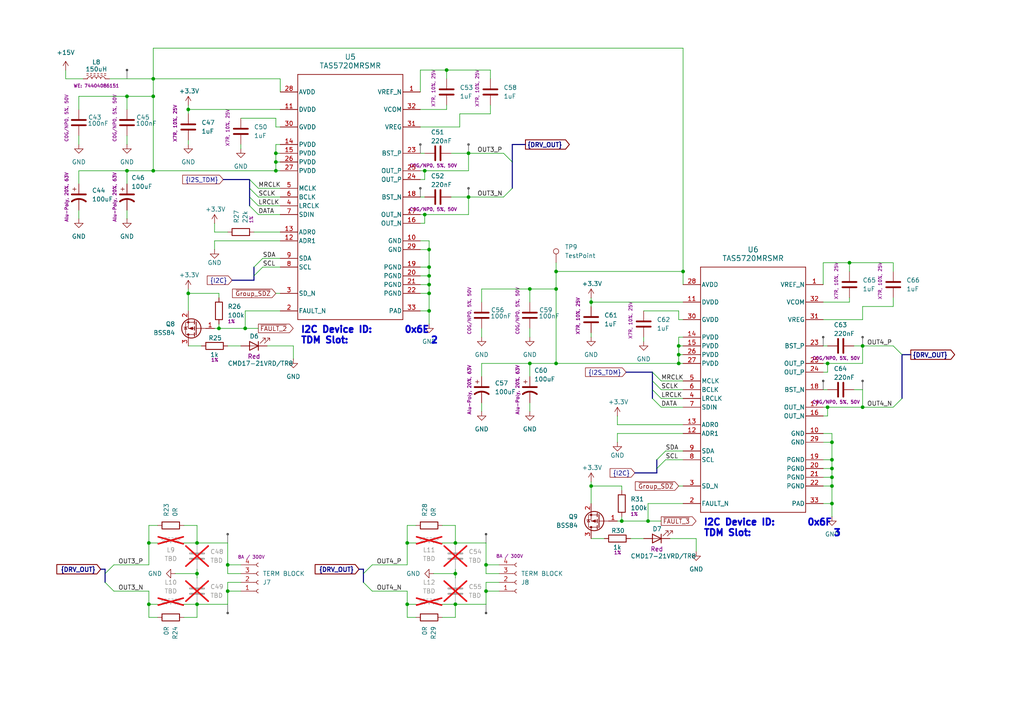
<source format=kicad_sch>
(kicad_sch (version 20250114) (generator "eeschema") (generator_version "9.0")
  (paper "A4")
  (title_block (title "Nathophone Driver Board") (date "2025-10-13") (rev "DRAFT") (company "Juventus Technikerschule HF"))
  (text "I2C Device ID: 	0x6F\nTDM Slot:			3" (at 203.962 153.162 0) (effects (font (size 1.905 1.905) (thickness 0.508) (bold yes)) (justify left)))
  (text "I2C Device ID: 	0x6E\nTDM Slot:			2" (at 87.122 97.282 0) (effects (font (size 1.905 1.905) (thickness 0.508) (bold yes)) (justify left)))
  (junction (at 54.61 31.75))
  (junction (at 161.29 78.74))
  (junction (at 118.11 175.26))
  (junction (at 36.83 27.94))
  (junction (at 135.89 44.45))
  (junction (at 66.04 163.83))
  (junction (at 66.04 171.45))
  (junction (at 124.46 82.55))
  (junction (at 57.15 166.37))
  (junction (at 171.45 87.63))
  (junction (at 246.38 76.2))
  (junction (at 198.12 78.74))
  (junction (at 124.46 77.47))
  (junction (at 80.01 46.99))
  (junction (at 241.3 128.27))
  (junction (at 124.46 85.09))
  (junction (at 132.08 175.26))
  (junction (at 118.11 157.48))
  (junction (at 43.18 175.26))
  (junction (at 132.08 166.37))
  (junction (at 63.5 95.25))
  (junction (at 124.46 90.17))
  (junction (at 241.3 146.05))
  (junction (at 187.96 151.13))
  (junction (at 44.45 49.53))
  (junction (at 140.97 163.83))
  (junction (at 161.29 83.82))
  (junction (at 240.03 118.11))
  (junction (at 241.3 135.89))
  (junction (at 241.3 138.43))
  (junction (at 240.03 105.41))
  (junction (at 196.85 105.41))
  (junction (at 250.19 100.33))
  (junction (at 36.83 49.53))
  (junction (at 132.08 157.48))
  (junction (at 140.97 171.45))
  (junction (at 171.45 140.97))
  (junction (at 250.19 118.11))
  (junction (at 161.29 105.41))
  (junction (at 44.45 27.94))
  (junction (at 241.3 140.97))
  (junction (at 241.3 133.35))
  (junction (at 44.45 22.86))
  (junction (at 124.46 80.01))
  (junction (at 123.19 62.23))
  (junction (at 80.01 49.53))
  (junction (at 123.19 49.53))
  (junction (at 43.18 157.48))
  (junction (at 135.89 57.15))
  (junction (at 153.67 83.82))
  (junction (at 153.67 105.41))
  (junction (at 196.85 102.87))
  (junction (at 196.85 100.33))
  (junction (at 180.34 151.13))
  (junction (at 80.01 44.45))
  (junction (at 57.15 175.26))
  (junction (at 124.46 72.39))
  (junction (at 71.12 95.25))
  (junction (at 129.54 20.32))
  (junction (at 54.61 85.09))
  (junction (at 57.15 157.48))
  (bus_entry (at 190.5 133.35) (size 2.54 -2.54))
  (bus_entry (at 105.41 166.37) (size 2.54 -2.54))
  (bus_entry (at 73.66 77.47) (size 2.54 -2.54))
  (bus_entry (at 72.39 54.61) (size 2.54 2.54))
  (bus_entry (at 189.23 115.57) (size 2.54 2.54))
  (bus_entry (at 261.62 115.57) (size -2.54 2.54))
  (bus_entry (at 189.23 107.95) (size 2.54 2.54))
  (bus_entry (at 146.05 57.15) (size 2.54 -2.54))
  (bus_entry (at 146.05 44.45) (size 2.54 2.54))
  (bus_entry (at 105.41 168.91) (size 2.54 2.54))
  (bus_entry (at 72.39 57.15) (size 2.54 2.54))
  (bus_entry (at 30.48 166.37) (size 2.54 -2.54))
  (bus_entry (at 189.23 113.03) (size 2.54 2.54))
  (bus_entry (at 72.39 59.69) (size 2.54 2.54))
  (bus_entry (at 73.66 80.01) (size 2.54 -2.54))
  (bus_entry (at 261.62 102.87) (size -2.54 -2.54))
  (bus_entry (at 190.5 135.89) (size 2.54 -2.54))
  (bus_entry (at 30.48 168.91) (size 2.54 2.54))
  (bus_entry (at 72.39 52.07) (size 2.54 2.54))
  (bus_entry (at 189.23 110.49) (size 2.54 2.54))
  (wire (pts (xy 80.01 44.45) (xy 80.01 46.99)))
  (wire (pts (xy 118.11 152.4) (xy 118.11 157.48)))
  (wire (pts (xy 171.45 96.52) (xy 171.45 97.79)))
  (wire (pts (xy 124.46 82.55) (xy 124.46 85.09)))
  (wire (pts (xy 161.29 83.82) (xy 161.29 105.41)))
  (wire (pts (xy 140.97 157.48) (xy 140.97 163.83)))
  (wire (pts (xy 135.89 44.45) (xy 135.89 49.53)))
  (wire (pts (xy 124.46 90.17) (xy 124.46 93.98)))
  (wire (pts (xy 250.19 113.03) (xy 250.19 118.11)))
  (wire (pts (xy 238.76 128.27) (xy 241.3 128.27)))
  (wire (pts (xy 196.85 92.71) (xy 196.85 90.17)))
  (wire (pts (xy 80.01 85.09) (xy 81.28 85.09)))
  (wire (pts (xy 54.61 31.75) (xy 54.61 33.02)))
  (bus (pts (xy 30.48 166.37) (xy 30.48 165.1)))
  (wire (pts (xy 179.07 125.73) (xy 198.12 125.73)))
  (wire (pts (xy 80.01 36.83) (xy 80.01 34.29)))
  (wire (pts (xy 191.77 118.11) (xy 198.12 118.11)))
  (wire (pts (xy 118.11 157.48) (xy 120.65 157.48)))
  (wire (pts (xy 43.18 175.26) (xy 43.18 179.07)))
  (wire (pts (xy 43.18 163.83) (xy 43.18 157.48)))
  (wire (pts (xy 121.92 80.01) (xy 124.46 80.01)))
  (wire (pts (xy 69.85 41.91) (xy 69.85 43.18)))
  (wire (pts (xy 81.28 31.75) (xy 54.61 31.75)))
  (wire (pts (xy 194.31 156.21) (xy 201.93 156.21)))
  (wire (pts (xy 74.93 54.61) (xy 81.28 54.61)))
  (wire (pts (xy 71.12 95.25) (xy 74.93 95.25)))
  (wire (pts (xy 196.85 97.79) (xy 198.12 97.79)))
  (wire (pts (xy 71.12 95.25) (xy 63.5 95.25)))
  (wire (pts (xy 128.27 152.4) (xy 132.08 152.4)))
  (wire (pts (xy 62.23 69.85) (xy 62.23 72.39)))
  (wire (pts (xy 139.7 83.82) (xy 153.67 83.82)))
  (wire (pts (xy 193.04 130.81) (xy 198.12 130.81)))
  (wire (pts (xy 33.02 163.83) (xy 43.18 163.83)))
  (wire (pts (xy 124.46 72.39) (xy 124.46 77.47)))
  (wire (pts (xy 44.45 49.53) (xy 80.01 49.53)))
  (wire (pts (xy 241.3 128.27) (xy 241.3 133.35)))
  (wire (pts (xy 36.83 49.53) (xy 44.45 49.53)))
  (wire (pts (xy 118.11 175.26) (xy 118.11 179.07)))
  (wire (pts (xy 63.5 95.25) (xy 62.23 95.25)))
  (wire (pts (xy 187.96 146.05) (xy 187.96 151.13)))
  (bus (pts (xy 72.39 52.07) (xy 72.39 54.61)))
  (wire (pts (xy 107.95 163.83) (xy 118.11 163.83)))
  (wire (pts (xy 135.89 44.45) (xy 146.05 44.45)))
  (bus (pts (xy 105.41 168.91) (xy 105.41 166.37)))
  (wire (pts (xy 54.61 85.09) (xy 63.5 85.09)))
  (wire (pts (xy 121.92 90.17) (xy 124.46 90.17)))
  (wire (pts (xy 241.3 138.43) (xy 241.3 140.97)))
  (wire (pts (xy 81.28 22.86) (xy 44.45 22.86)))
  (bus (pts (xy 261.62 102.87) (xy 261.62 115.57)))
  (wire (pts (xy 250.19 118.11) (xy 259.08 118.11)))
  (wire (pts (xy 81.28 49.53) (xy 80.01 49.53)))
  (wire (pts (xy 43.18 171.45) (xy 43.18 175.26)))
  (wire (pts (xy 140.97 168.91) (xy 144.78 168.91)))
  (wire (pts (xy 74.93 57.15) (xy 81.28 57.15)))
  (wire (pts (xy 66.04 163.83) (xy 69.85 163.83)))
  (wire (pts (xy 124.46 77.47) (xy 124.46 80.01)))
  (wire (pts (xy 54.61 85.09) (xy 54.61 83.82)))
  (wire (pts (xy 196.85 92.71) (xy 198.12 92.71)))
  (bus (pts (xy 189.23 110.49) (xy 189.23 113.03)))
  (wire (pts (xy 238.76 140.97) (xy 241.3 140.97)))
  (wire (pts (xy 33.02 171.45) (xy 43.18 171.45)))
  (wire (pts (xy 121.92 82.55) (xy 124.46 82.55)))
  (wire (pts (xy 43.18 152.4) (xy 45.72 152.4)))
  (bus (pts (xy 105.41 166.37) (xy 105.41 165.1)))
  (wire (pts (xy 238.76 92.71) (xy 250.19 92.71)))
  (wire (pts (xy 132.08 157.48) (xy 140.97 157.48)))
  (bus (pts (xy 72.39 57.15) (xy 72.39 59.69)))
  (wire (pts (xy 121.92 72.39) (xy 124.46 72.39)))
  (wire (pts (xy 198.12 78.74) (xy 198.12 82.55)))
  (wire (pts (xy 43.18 175.26) (xy 45.72 175.26)))
  (wire (pts (xy 196.85 100.33) (xy 196.85 102.87)))
  (wire (pts (xy 66.04 171.45) (xy 66.04 175.26)))
  (wire (pts (xy 140.97 163.83) (xy 140.97 166.37)))
  (bus (pts (xy 190.5 133.35) (xy 190.5 135.89)))
  (wire (pts (xy 132.08 179.07) (xy 132.08 175.26)))
  (wire (pts (xy 19.05 22.86) (xy 19.05 20.32)))
  (wire (pts (xy 121.92 64.77) (xy 123.19 64.77)))
  (wire (pts (xy 130.81 57.15) (xy 135.89 57.15)))
  (wire (pts (xy 76.2 74.93) (xy 81.28 74.93)))
  (wire (pts (xy 250.19 88.9) (xy 259.08 88.9)))
  (wire (pts (xy 238.76 76.2) (xy 246.38 76.2)))
  (wire (pts (xy 66.04 168.91) (xy 69.85 168.91)))
  (wire (pts (xy 128.27 179.07) (xy 132.08 179.07)))
  (wire (pts (xy 241.3 140.97) (xy 241.3 146.05)))
  (wire (pts (xy 133.35 36.83) (xy 133.35 33.02)))
  (wire (pts (xy 238.76 138.43) (xy 241.3 138.43)))
  (wire (pts (xy 140.97 168.91) (xy 140.97 171.45)))
  (bus (pts (xy 184.15 137.16) (xy 190.5 137.16)))
  (wire (pts (xy 187.96 151.13) (xy 180.34 151.13)))
  (wire (pts (xy 80.01 41.91) (xy 81.28 41.91)))
  (wire (pts (xy 118.11 163.83) (xy 118.11 157.48)))
  (bus (pts (xy 30.48 168.91) (xy 30.48 166.37)))
  (wire (pts (xy 240.03 107.95) (xy 240.03 105.41)))
  (wire (pts (xy 54.61 100.33) (xy 58.42 100.33)))
  (wire (pts (xy 66.04 157.48) (xy 66.04 163.83)))
  (wire (pts (xy 74.93 59.69) (xy 81.28 59.69)))
  (bus (pts (xy 181.61 107.95) (xy 189.23 107.95)))
  (wire (pts (xy 238.76 118.11) (xy 240.03 118.11)))
  (wire (pts (xy 22.86 27.94) (xy 36.83 27.94)))
  (wire (pts (xy 118.11 152.4) (xy 120.65 152.4)))
  (wire (pts (xy 179.07 125.73) (xy 179.07 128.27)))
  (wire (pts (xy 44.45 13.97) (xy 44.45 22.86)))
  (wire (pts (xy 121.92 77.47) (xy 124.46 77.47)))
  (wire (pts (xy 124.46 69.85) (xy 124.46 72.39)))
  (wire (pts (xy 250.19 100.33) (xy 259.08 100.33)))
  (wire (pts (xy 142.24 20.32) (xy 142.24 22.86)))
  (wire (pts (xy 121.92 69.85) (xy 124.46 69.85)))
  (wire (pts (xy 198.12 78.74) (xy 198.12 13.97)))
  (wire (pts (xy 193.04 133.35) (xy 198.12 133.35)))
  (wire (pts (xy 31.75 22.86) (xy 44.45 22.86)))
  (wire (pts (xy 135.89 57.15) (xy 135.89 62.23)))
  (wire (pts (xy 238.76 146.05) (xy 241.3 146.05)))
  (wire (pts (xy 140.97 171.45) (xy 140.97 175.26)))
  (wire (pts (xy 246.38 76.2) (xy 259.08 76.2)))
  (wire (pts (xy 139.7 116.84) (xy 139.7 119.38)))
  (bus (pts (xy 73.66 81.28) (xy 73.66 80.01)))
  (bus (pts (xy 104.14 165.1) (xy 105.41 165.1)))
  (wire (pts (xy 171.45 86.36) (xy 171.45 87.63)))
  (wire (pts (xy 241.3 125.73) (xy 241.3 128.27)))
  (wire (pts (xy 139.7 87.63) (xy 139.7 83.82)))
  (wire (pts (xy 62.23 67.31) (xy 62.23 64.77)))
  (wire (pts (xy 196.85 97.79) (xy 196.85 100.33)))
  (wire (pts (xy 238.76 135.89) (xy 241.3 135.89)))
  (wire (pts (xy 66.04 100.33) (xy 69.85 100.33)))
  (wire (pts (xy 24.13 22.86) (xy 19.05 22.86)))
  (wire (pts (xy 43.18 157.48) (xy 45.72 157.48)))
  (wire (pts (xy 123.19 52.07) (xy 123.19 49.53)))
  (wire (pts (xy 171.45 87.63) (xy 171.45 88.9)))
  (bus (pts (xy 189.23 113.03) (xy 189.23 115.57)))
  (wire (pts (xy 180.34 140.97) (xy 180.34 142.24)))
  (wire (pts (xy 140.97 171.45) (xy 144.78 171.45)))
  (bus (pts (xy 264.16 102.87) (xy 261.62 102.87)))
  (wire (pts (xy 196.85 102.87) (xy 198.12 102.87)))
  (wire (pts (xy 238.76 120.65) (xy 240.03 120.65)))
  (bus (pts (xy 73.66 77.47) (xy 73.66 80.01)))
  (wire (pts (xy 57.15 166.37) (xy 57.15 167.64)))
  (wire (pts (xy 240.03 120.65) (xy 240.03 118.11)))
  (wire (pts (xy 80.01 34.29) (xy 69.85 34.29)))
  (wire (pts (xy 77.47 100.33) (xy 85.09 100.33)))
  (wire (pts (xy 241.3 135.89) (xy 241.3 138.43)))
  (wire (pts (xy 57.15 157.48) (xy 66.04 157.48)))
  (wire (pts (xy 57.15 152.4) (xy 57.15 157.48)))
  (bus (pts (xy 148.59 46.99) (xy 148.59 54.61)))
  (wire (pts (xy 129.54 31.75) (xy 129.54 30.48)))
  (wire (pts (xy 196.85 90.17) (xy 186.69 90.17)))
  (wire (pts (xy 246.38 87.63) (xy 246.38 86.36)))
  (wire (pts (xy 201.93 156.21) (xy 201.93 160.02)))
  (wire (pts (xy 153.67 83.82) (xy 161.29 83.82)))
  (bus (pts (xy 64.77 52.07) (xy 72.39 52.07)))
  (wire (pts (xy 250.19 100.33) (xy 247.65 100.33)))
  (wire (pts (xy 259.08 76.2) (xy 259.08 78.74)))
  (wire (pts (xy 171.45 140.97) (xy 171.45 146.05)))
  (wire (pts (xy 54.61 85.09) (xy 54.61 90.17)))
  (wire (pts (xy 57.15 179.07) (xy 57.15 175.26)))
  (wire (pts (xy 66.04 166.37) (xy 69.85 166.37)))
  (wire (pts (xy 80.01 41.91) (xy 80.01 44.45)))
  (wire (pts (xy 81.28 22.86) (xy 81.28 26.67)))
  (wire (pts (xy 240.03 105.41) (xy 250.19 105.41)))
  (wire (pts (xy 140.97 163.83) (xy 144.78 163.83)))
  (wire (pts (xy 66.04 67.31) (xy 62.23 67.31)))
  (wire (pts (xy 179.07 123.19) (xy 198.12 123.19)))
  (wire (pts (xy 130.81 44.45) (xy 135.89 44.45)))
  (wire (pts (xy 123.19 62.23) (xy 135.89 62.23)))
  (wire (pts (xy 182.88 156.21) (xy 186.69 156.21)))
  (wire (pts (xy 22.86 49.53) (xy 22.86 53.34)))
  (wire (pts (xy 191.77 110.49) (xy 198.12 110.49)))
  (wire (pts (xy 179.07 120.65) (xy 179.07 123.19)))
  (wire (pts (xy 238.76 113.03) (xy 240.03 113.03)))
  (wire (pts (xy 53.34 179.07) (xy 57.15 179.07)))
  (wire (pts (xy 132.08 166.37) (xy 125.73 166.37)))
  (wire (pts (xy 135.89 57.15) (xy 146.05 57.15)))
  (wire (pts (xy 139.7 95.25) (xy 139.7 97.79)))
  (wire (pts (xy 140.97 166.37) (xy 144.78 166.37)))
  (wire (pts (xy 238.76 87.63) (xy 246.38 87.63)))
  (wire (pts (xy 186.69 97.79) (xy 186.69 99.06)))
  (bus (pts (xy 190.5 137.16) (xy 190.5 135.89)))
  (wire (pts (xy 121.92 52.07) (xy 123.19 52.07)))
  (wire (pts (xy 198.12 105.41) (xy 196.85 105.41)))
  (wire (pts (xy 22.86 60.96) (xy 22.86 63.5)))
  (wire (pts (xy 22.86 39.37) (xy 22.86 41.91)))
  (wire (pts (xy 85.09 100.33) (xy 85.09 104.14)))
  (wire (pts (xy 80.01 36.83) (xy 81.28 36.83)))
  (wire (pts (xy 121.92 20.32) (xy 129.54 20.32)))
  (wire (pts (xy 238.76 125.73) (xy 241.3 125.73)))
  (wire (pts (xy 36.83 27.94) (xy 36.83 31.75)))
  (wire (pts (xy 240.03 118.11) (xy 250.19 118.11)))
  (bus (pts (xy 67.31 81.28) (xy 73.66 81.28)))
  (bus (pts (xy 148.59 41.91) (xy 148.59 46.99)))
  (wire (pts (xy 171.45 140.97) (xy 171.45 139.7)))
  (wire (pts (xy 198.12 146.05) (xy 187.96 146.05)))
  (wire (pts (xy 133.35 33.02) (xy 142.24 33.02)))
  (wire (pts (xy 76.2 77.47) (xy 81.28 77.47)))
  (wire (pts (xy 121.92 85.09) (xy 124.46 85.09)))
  (wire (pts (xy 238.76 105.41) (xy 240.03 105.41)))
  (wire (pts (xy 57.15 175.26) (xy 66.04 175.26)))
  (wire (pts (xy 123.19 64.77) (xy 123.19 62.23)))
  (wire (pts (xy 180.34 151.13) (xy 179.07 151.13)))
  (wire (pts (xy 74.93 62.23) (xy 81.28 62.23)))
  (bus (pts (xy 72.39 54.61) (xy 72.39 57.15)))
  (wire (pts (xy 180.34 151.13) (xy 180.34 149.86)))
  (wire (pts (xy 153.67 116.84) (xy 153.67 119.38)))
  (wire (pts (xy 196.85 102.87) (xy 196.85 105.41)))
  (wire (pts (xy 153.67 105.41) (xy 161.29 105.41)))
  (wire (pts (xy 198.12 78.74) (xy 161.29 78.74)))
  (wire (pts (xy 66.04 168.91) (xy 66.04 171.45)))
  (wire (pts (xy 62.23 69.85) (xy 81.28 69.85)))
  (wire (pts (xy 63.5 85.09) (xy 63.5 86.36)))
  (wire (pts (xy 196.85 100.33) (xy 198.12 100.33)))
  (wire (pts (xy 161.29 105.41) (xy 196.85 105.41)))
  (wire (pts (xy 80.01 46.99) (xy 81.28 46.99)))
  (wire (pts (xy 57.15 165.1) (xy 57.15 166.37)))
  (wire (pts (xy 121.92 57.15) (xy 123.19 57.15)))
  (wire (pts (xy 44.45 22.86) (xy 44.45 27.94)))
  (wire (pts (xy 22.86 31.75) (xy 22.86 27.94)))
  (wire (pts (xy 198.12 87.63) (xy 171.45 87.63)))
  (wire (pts (xy 238.76 76.2) (xy 238.76 82.55)))
  (wire (pts (xy 129.54 20.32) (xy 129.54 22.86)))
  (wire (pts (xy 161.29 78.74) (xy 161.29 83.82)))
  (wire (pts (xy 250.19 105.41) (xy 250.19 100.33)))
  (wire (pts (xy 124.46 85.09) (xy 124.46 90.17)))
  (wire (pts (xy 54.61 30.48) (xy 54.61 31.75)))
  (wire (pts (xy 259.08 88.9) (xy 259.08 86.36)))
  (wire (pts (xy 121.92 62.23) (xy 123.19 62.23)))
  (wire (pts (xy 139.7 105.41) (xy 139.7 109.22)))
  (wire (pts (xy 123.19 49.53) (xy 135.89 49.53)))
  (wire (pts (xy 36.83 60.96) (xy 36.83 63.5)))
  (wire (pts (xy 247.65 113.03) (xy 250.19 113.03)))
  (wire (pts (xy 171.45 140.97) (xy 180.34 140.97)))
  (wire (pts (xy 121.92 20.32) (xy 121.92 26.67)))
  (wire (pts (xy 121.92 31.75) (xy 129.54 31.75)))
  (wire (pts (xy 36.83 39.37) (xy 36.83 41.91)))
  (wire (pts (xy 139.7 105.41) (xy 153.67 105.41)))
  (wire (pts (xy 191.77 115.57) (xy 198.12 115.57)))
  (bus (pts (xy 29.21 165.1) (xy 30.48 165.1)))
  (bus (pts (xy 152.4 41.91) (xy 148.59 41.91)))
  (wire (pts (xy 124.46 80.01) (xy 124.46 82.55)))
  (wire (pts (xy 196.85 140.97) (xy 198.12 140.97)))
  (wire (pts (xy 132.08 165.1) (xy 132.08 166.37)))
  (wire (pts (xy 54.61 40.64) (xy 54.61 41.91)))
  (wire (pts (xy 53.34 175.26) (xy 57.15 175.26)))
  (wire (pts (xy 128.27 175.26) (xy 132.08 175.26)))
  (wire (pts (xy 118.11 175.26) (xy 120.65 175.26)))
  (wire (pts (xy 250.19 92.71) (xy 250.19 88.9)))
  (wire (pts (xy 129.54 20.32) (xy 142.24 20.32)))
  (wire (pts (xy 43.18 152.4) (xy 43.18 157.48)))
  (wire (pts (xy 80.01 44.45) (xy 81.28 44.45)))
  (wire (pts (xy 171.45 156.21) (xy 175.26 156.21)))
  (wire (pts (xy 43.18 179.07) (xy 45.72 179.07)))
  (wire (pts (xy 246.38 76.2) (xy 246.38 78.74)))
  (wire (pts (xy 132.08 175.26) (xy 140.97 175.26)))
  (wire (pts (xy 63.5 95.25) (xy 63.5 93.98)))
  (wire (pts (xy 66.04 163.83) (xy 66.04 166.37)))
  (wire (pts (xy 36.83 49.53) (xy 36.83 53.34)))
  (wire (pts (xy 81.28 90.17) (xy 71.12 90.17)))
  (wire (pts (xy 241.3 146.05) (xy 241.3 149.86)))
  (wire (pts (xy 132.08 152.4) (xy 132.08 157.48)))
  (wire (pts (xy 71.12 90.17) (xy 71.12 95.25)))
  (wire (pts (xy 22.86 49.53) (xy 36.83 49.53)))
  (wire (pts (xy 153.67 83.82) (xy 153.67 87.63)))
  (wire (pts (xy 153.67 105.41) (xy 153.67 109.22)))
  (bus (pts (xy 189.23 107.95) (xy 189.23 110.49)))
  (wire (pts (xy 241.3 133.35) (xy 241.3 135.89)))
  (wire (pts (xy 121.92 44.45) (xy 123.19 44.45)))
  (wire (pts (xy 80.01 46.99) (xy 80.01 49.53)))
  (wire (pts (xy 121.92 36.83) (xy 133.35 36.83)))
  (wire (pts (xy 191.77 113.03) (xy 198.12 113.03)))
  (wire (pts (xy 107.95 171.45) (xy 118.11 171.45)))
  (wire (pts (xy 44.45 27.94) (xy 44.45 49.53)))
  (wire (pts (xy 57.15 166.37) (xy 50.8 166.37)))
  (wire (pts (xy 238.76 107.95) (xy 240.03 107.95)))
  (wire (pts (xy 53.34 152.4) (xy 57.15 152.4)))
  (wire (pts (xy 238.76 133.35) (xy 241.3 133.35)))
  (wire (pts (xy 53.34 157.48) (xy 57.15 157.48)))
  (wire (pts (xy 198.12 13.97) (xy 44.45 13.97)))
  (wire (pts (xy 132.08 166.37) (xy 132.08 167.64)))
  (wire (pts (xy 161.29 76.2) (xy 161.29 78.74)))
  (wire (pts (xy 66.04 171.45) (xy 69.85 171.45)))
  (wire (pts (xy 238.76 100.33) (xy 240.03 100.33)))
  (wire (pts (xy 73.66 67.31) (xy 81.28 67.31)))
  (wire (pts (xy 187.96 151.13) (xy 191.77 151.13)))
  (wire (pts (xy 128.27 157.48) (xy 132.08 157.48)))
  (wire (pts (xy 118.11 179.07) (xy 120.65 179.07)))
  (wire (pts (xy 153.67 95.25) (xy 153.67 97.79)))
  (wire (pts (xy 121.92 49.53) (xy 123.19 49.53)))
  (wire (pts (xy 118.11 171.45) (xy 118.11 175.26)))
  (wire (pts (xy 142.24 33.02) (xy 142.24 30.48)))
  (wire (pts (xy 36.83 27.94) (xy 44.45 27.94)))
  (label "SCLK" (at 191.77 113.03 0))
  (label "OUT3_P" (at 138.43 44.45 0) (effects (font (thickness 0.1588))))
  (label "DATA" (at 191.77 118.11 0))
  (label "OUT4_N" (at 109.22 171.45 0))
  (label "OUT4_P" (at 109.22 163.83 0))
  (label "MRCLK" (at 191.77 110.49 0))
  (label "SDA" (at 76.2 74.93 0))
  (label "SCLK" (at 74.93 57.15 0))
  (label "LRCLK" (at 191.77 115.57 0))
  (label "SCL" (at 193.04 133.35 0))
  (label "SCL" (at 76.2 77.47 0))
  (label "OUT3_N" (at 34.29 171.45 0))
  (label "OUT3_P" (at 34.29 163.83 0))
  (label "LRCLK" (at 74.93 59.69 0))
  (label "OUT4_P" (at 251.46 100.33 0))
  (label "MRCLK" (at 74.93 54.61 0))
  (label "OUT4_N" (at 251.46 118.11 0))
  (label "OUT3_N" (at 138.43 57.15 0) (effects (font (thickness 0.1588))))
  (label "DATA" (at 74.93 62.23 0))
  (label "SDA" (at 193.04 130.81 0))
  (global_label "~{FAULT_3}" (shape output) (at 191.77 151.13 0) (property "Intersheetrefs" "${INTERSHEET_REFS}" (effects (hide yes))))
  (global_label "{I2C}" (shape input) (at 184.15 137.16 180) (property "Intersheetrefs" "${INTERSHEET_REFS}" (effects (hide yes))))
  (global_label "{DRV_OUT}" (shape input) (at 104.14 165.1 180) (effects (font (thickness 0.254) (bold yes))) (property "Intersheetrefs" "${INTERSHEET_REFS}" (effects (hide yes))))
  (global_label "~{FAULT_2}" (shape output) (at 74.93 95.25 0) (property "Intersheetrefs" "${INTERSHEET_REFS}" (effects (hide yes))))
  (global_label "~{Group_SDZ}" (shape input) (at 80.01 85.09 180) (property "Intersheetrefs" "${INTERSHEET_REFS}" (effects (hide yes))))
  (global_label "~{Group_SDZ}" (shape input) (at 196.85 140.97 180) (property "Intersheetrefs" "${INTERSHEET_REFS}" (effects (hide yes))))
  (global_label "{I2C}" (shape input) (at 67.31 81.28 180) (property "Intersheetrefs" "${INTERSHEET_REFS}" (effects (hide yes))))
  (global_label "{DRV_OUT}" (shape output) (at 152.4 41.91 0) (effects (font (thickness 0.254) (bold yes))) (property "Intersheetrefs" "${INTERSHEET_REFS}" (effects (hide yes))))
  (global_label "{I2S_TDM}" (shape input) (at 64.77 52.07 180) (property "Intersheetrefs" "${INTERSHEET_REFS}" (effects (hide yes))))
  (global_label "{I2S_TDM}" (shape input) (at 181.61 107.95 180) (property "Intersheetrefs" "${INTERSHEET_REFS}" (effects (hide yes))))
  (global_label "{DRV_OUT}" (shape output) (at 264.16 102.87 0) (effects (font (thickness 0.254) (bold yes))) (property "Intersheetrefs" "${INTERSHEET_REFS}" (effects (hide yes))))
  (global_label "{DRV_OUT}" (shape input) (at 29.21 165.1 180) (effects (font (thickness 0.254) (bold yes))) (property "Intersheetrefs" "${INTERSHEET_REFS}" (effects (hide yes))))
  (netclass_flag "" (length 2.54) (shape dot) (at 238.76 113.03 0) (property "Netclass" "DRV_Output" (effects (hide yes))))
  (netclass_flag "" (length 2.54) (shape dot) (at 121.92 44.45 0) (property "Netclass" "DRV_Output" (effects (hide yes))))
  (netclass_flag "" (length 2.54) (shape dot) (at 135.89 44.45 0) (property "Netclass" "DRV_Output" (effects (hide yes))))
  (netclass_flag "" (length 2.54) (shape dot) (at 238.76 100.33 0) (property "Netclass" "DRV_Output" (effects (hide yes))))
  (netclass_flag "" (length 2.54) (shape dot) (at 66.04 175.26 180) (property "Netclass" "DRV_Output" (effects (hide yes))))
  (netclass_flag "" (length 2.54) (shape dot) (at 140.97 157.48 0) (property "Netclass" "DRV_Output" (effects (hide yes))))
  (netclass_flag "" (length 2.54) (shape dot) (at 140.97 175.26 180) (property "Netclass" "DRV_Output" (effects (hide yes))))
  (netclass_flag "" (length 2.54) (shape dot) (at 36.83 22.86 0) (property "Netclass" "Power_DRVs" (effects (hide yes))))
  (netclass_flag "" (length 2.54) (shape dot) (at 135.89 57.15 0) (property "Netclass" "DRV_Output" (effects (hide yes))))
  (netclass_flag "" (length 2.54) (shape dot) (at 121.92 57.15 0) (property "Netclass" "DRV_Output" (effects (hide yes))))
  (netclass_flag "" (length 2.54) (shape dot) (at 66.04 157.48 0) (property "Netclass" "DRV_Output" (effects (hide yes))))
  (netclass_flag "" (length 2.54) (shape dot) (at 250.19 113.03 0) (property "Netclass" "DRV_Output" (effects (hide yes))))
  (netclass_flag "" (length 2.54) (shape dot) (at 250.19 100.33 0) (property "Netclass" "DRV_Output" (effects (hide yes))))
  (symbol (lib_id "Device:C") (at 186.69 93.98 0) (unit 1)
    (property "Reference" "C62" (at 190.5 92.7099 0) (effects (justify left)))
    (property "Value" "1uF" (at 190.5 95.2499 0) (effects (justify left)))
    (property "Footprint" "Capacitor_SMD:C_0805_2012Metric" (effects (hide yes)))
    (property "Datasheet" "https://mm.digikey.com/Volume0/opasdata/d220001/medias/docus/1105/CL21B105KAFNNNE_Spec.pdf" (effects (hide yes)))
    (property "Description" "Unpolarized capacitor" (effects (hide yes)))
    (property "DigiKey_PartNo" "1276-1066-2-ND" (effects (hide yes)))
    (property "Key Info" "X7R, 10%, 25V" (at 182.88 98.298 90) (effects (font (size 0.9525 0.9525)) (justify left)))
  )
  (symbol (lib_id "Device:LED") (at 73.66 100.33 180) (unit 1)
    (property "Reference" "D6" (at 72.39 97.536 0) (effects (justify right)))
    (property "Value" "CMD17-21VRD/TR8" (at 66.04 105.41 0) (effects (justify right)))
    (property "Footprint" "LED_SMD:LED_0805_2012Metric" (effects (hide yes)))
    (property "Datasheet" "https://mm.digikey.com/Volume0/opasdata/d220001/medias/docus/4320/CMD17-21_Rev10.pdf" (effects (hide yes)))
    (property "Description" "Light emitting diode" (effects (hide yes)))
    (property "Sim.Pins" "1=K 2=A" (effects (hide yes)))
    (property "DigiKey_PartNo" "L62501TR-ND" (effects (hide yes)))
    (property "Key Info" "Red" (at 73.66 103.378 0))
  )
  (symbol (lib_id "power:GND") (at 125.73 166.37 270) (unit 1)
    (property "Reference" "#PWR091" (effects (hide yes)))
    (property "Value" "GND" (at 121.92 166.3699 90) (effects (justify right)))
    (property "Description" "Power symbol creates a global label with name \"GND\" , ground" (effects (hide yes)))
  )
  (symbol (lib_id "power:+3.3V") (at 62.23 64.77 0) (unit 1)
    (property "Reference" "#PWR086" (effects (hide yes)))
    (property "Value" "+3.3V" (at 62.484 60.706 0))
    (property "Description" "Power symbol creates a global label with name \"+3.3V\"" (effects (hide yes)))
  )
  (symbol (lib_id "Device:C") (at 69.85 38.1 0) (unit 1)
    (property "Reference" "C50" (at 73.66 36.8299 0) (effects (justify left)))
    (property "Value" "1uF" (at 73.66 39.3699 0) (effects (justify left)))
    (property "Footprint" "Capacitor_SMD:C_0805_2012Metric" (effects (hide yes)))
    (property "Datasheet" "https://mm.digikey.com/Volume0/opasdata/d220001/medias/docus/1105/CL21B105KAFNNNE_Spec.pdf" (effects (hide yes)))
    (property "Description" "Unpolarized capacitor" (effects (hide yes)))
    (property "DigiKey_PartNo" "1276-1066-2-ND" (effects (hide yes)))
    (property "Key Info" "X7R, 10%, 25V" (at 66.04 42.418 90) (effects (font (size 0.9525 0.9525)) (justify left)))
  )
  (symbol (lib_id "Device:C_Polarized_US") (at 36.83 57.15 0) (unit 1)
    (property "Reference" "C46" (at 38.1 51.562 0) (effects (justify left)))
    (property "Value" "100uF" (at 38.1 54.102 0) (effects (justify left)))
    (property "Footprint" "Capacitor_SMD:C_Elec_10x10.2" (effects (hide yes)))
    (property "Datasheet" "https://search.kemet.com/download/datasheet/A782MS107M1JLAS030" (effects (hide yes)))
    (property "Description" "Polarized capacitor, US symbol" (effects (hide yes)))
    (property "DigiKey_PartNo" "399-A782MS107M1JLAS030TR-ND" (effects (hide yes)))
    (property "Key Info" "Alu-Poly, 20%, 63V" (at 33.274 57.15 90) (effects (font (size 0.9525 0.9525))))
  )
  (symbol (lib_id "Device:R") (at 124.46 152.4 90) (unit 1)
    (property "Reference" "R28" (at 123.1899 149.86 0) (effects (justify left)))
    (property "Value" "0R" (at 125.7299 149.86 0) (effects (justify left)))
    (property "Footprint" "Resistor_SMD:R_2010_5025Metric" (effects (hide yes)))
    (property "Datasheet" "https://www.vishay.com/docs/20035/dcrcwe3.pdf" (effects (hide yes)))
    (property "Description" "Resistor" (effects (hide yes)))
    (property "DigiKey_PartNo" "541-0.0WTR-ND" (effects (hide yes)))
    (property "Key Info" "1%" (effects (hide yes)))
  )
  (symbol (lib_id "Device:C_Polarized_US") (at 153.67 113.03 0) (unit 1)
    (property "Reference" "C60" (at 154.94 107.442 0) (effects (justify left)))
    (property "Value" "100uF" (at 154.94 109.982 0) (effects (justify left)))
    (property "Footprint" "Capacitor_SMD:C_Elec_10x10.2" (effects (hide yes)))
    (property "Datasheet" "https://search.kemet.com/download/datasheet/A782MS107M1JLAS030" (effects (hide yes)))
    (property "Description" "Polarized capacitor, US symbol" (effects (hide yes)))
    (property "DigiKey_PartNo" "399-A782MS107M1JLAS030TR-ND" (effects (hide yes)))
    (property "Key Info" "Alu-Poly, 20%, 63V" (at 150.114 113.03 90) (effects (font (size 0.9525 0.9525))))
  )
  (symbol (lib_id "power:GND") (at 124.46 93.98 0) (unit 1)
    (property "Reference" "#PWR090" (effects (hide yes)))
    (property "Value" "GND" (at 124.46 99.06 0))
    (property "Description" "Power symbol creates a global label with name \"GND\" , ground" (effects (hide yes)))
  )
  (symbol (lib_id "Device:C") (at 22.86 35.56 0) (unit 1)
    (property "Reference" "C43" (at 29.464 34.036 0) (effects (justify right)))
    (property "Value" "100nF" (at 31.496 35.814 0) (effects (justify right)))
    (property "Footprint" "Capacitor_SMD:C_1206_3216Metric" (effects (hide yes)))
    (property "Datasheet" "https://search.murata.co.jp/Ceramy/image/img/A01X/G101/ENG/GRM3195C1H104JA05-01A.pdf" (effects (hide yes)))
    (property "Description" "Unpolarized capacitor" (effects (hide yes)))
    (property "DigiKey_PartNo" "490-GRM3195C1H104JA05DTR-ND" (effects (hide yes)))
    (property "Key Info" "C0G/NP0, 5%, 50V" (at 19.304 41.148 90) (effects (font (size 0.9525 0.9525)) (justify left)))
  )
  (symbol (lib_id "power:GND") (at 179.07 128.27 0) (unit 1)
    (property "Reference" "#PWR0100" (effects (hide yes)))
    (property "Value" "GND" (at 179.07 132.08 0))
    (property "Description" "Power symbol creates a global label with name \"GND\" , ground" (effects (hide yes)))
  )
  (symbol (lib_id "power:GND") (at 201.93 160.02 0) (unit 1)
    (property "Reference" "#PWR0102" (effects (hide yes)))
    (property "Value" "GND" (at 201.93 165.1 0))
    (property "Description" "Power symbol creates a global label with name \"GND\" , ground" (effects (hide yes)))
  )
  (symbol (lib_id "Device:L_Ferrite") (at 124.46 175.26 90) (unit 1) (in_bom no) (dnp yes)
    (property "Reference" "L12" (at 124.46 168.91 90))
    (property "Value" "TBD" (at 124.46 171.45 90))
    (property "Footprint" "symbols_footprints:IND_SRU1048-150Y" (effects (hide yes)))
    (property "Datasheet" "https://www.bourns.com/docs/Product-Datasheets/SRU1048.pdf" (effects (hide yes)))
    (property "Description" "Inductor with ferrite core" (effects (hide yes)))
    (property "DigiKey_PartNo" "SRU1048-150YTR-ND" (effects (hide yes)))
  )
  (symbol (lib_id "Device:LED") (at 190.5 156.21 180) (unit 1)
    (property "Reference" "D7" (at 189.23 153.416 0) (effects (justify right)))
    (property "Value" "CMD17-21VRD/TR8" (at 182.88 161.29 0) (effects (justify right)))
    (property "Footprint" "LED_SMD:LED_0805_2012Metric" (effects (hide yes)))
    (property "Datasheet" "https://mm.digikey.com/Volume0/opasdata/d220001/medias/docus/4320/CMD17-21_Rev10.pdf" (effects (hide yes)))
    (property "Description" "Light emitting diode" (effects (hide yes)))
    (property "Sim.Pins" "1=K 2=A" (effects (hide yes)))
    (property "DigiKey_PartNo" "L62501TR-ND" (effects (hide yes)))
    (property "Key Info" "Red" (at 190.5 159.258 0))
  )
  (symbol (lib_id "Device:L_Ferrite") (at 27.94 22.86 90) (unit 1)
    (property "Reference" "L8" (at 27.94 18.034 90))
    (property "Value" "150uH" (at 27.94 20.066 90))
    (property "Footprint" "symbols_footprints:WE-LQS_8065" (effects (hide yes)))
    (property "Datasheet" "https://www.we-online.com/components/products/datasheet/74404086151.pdf" (effects (hide yes)))
    (property "Description" "Inductor with ferrite core" (effects (hide yes)))
    (property "DigiKey_PartNo" "732-11733-2-ND" (effects (hide yes)))
    (property "Key Info" "WE: 74404086151" (at 27.94 24.892 90) (effects (font (size 0.9525 0.9525))))
  )
  (symbol (lib_id "TAS5720LRSMR:TAS5720LRSMR") (at 218.44 113.03 0) (unit 1)
    (property "Reference" "U6" (at 218.44 72.39 0) (effects (font (size 1.524 1.524))))
    (property "Value" "TAS5720MRSMR" (at 218.44 74.93 0) (effects (font (size 1.524 1.524))))
    (property "Footprint" "symbols_footprints:VQFN32_RSM0032B_NV" (effects (hide yes)))
    (property "Datasheet" "https://www.ti.com/lit/ds/symlink/tas5720l.pdf?HQS=dis-dk-null-digikeymode-dsf-pf-null-wwe&ts=1760256777488&ref_url=https%253A%252F%252Fwww.ti.com%252Fgeneral%252Fdocs%252Fsuppproductinfo.tsp%253FdistId%253D10%2526gotoUrl%253Dhttps%253A%252F%252Fwww.ti.com%252Flit%252Fgpn%252Ftas5720l" (effects (hide yes)))
    (property "Description" "Digital Input Mono Class-D Audio Amplifier  With TDM Support Up To 8 Channels" (effects (hide yes)))
    (property "DigiKey_PartNo" "296-TAS5720MRSMRTR-ND" (effects (hide yes)))
  )
  (symbol (lib_id "Device:C") (at 243.84 113.03 90) (unit 1)
    (property "Reference" "C64" (at 241.808 106.934 90) (effects (justify right)))
    (property "Value" "220nF" (at 241.808 109.474 90) (effects (justify right)))
    (property "Footprint" "Capacitor_SMD:C_1206_3216Metric" (effects (hide yes)))
    (property "Datasheet" "https://search.murata.co.jp/Ceramy/image/img/A01X/G101/ENG/GRM31C5C1H224JE02-01A.pdf" (effects (hide yes)))
    (property "Description" "Unpolarized capacitor" (effects (hide yes)))
    (property "DigiKey_PartNo" "490-GRM31C5C1H224JE02LTR-ND" (effects (hide yes)))
    (property "Key Info" "C0G/NP0, 5%, 50V" (at 249.428 116.586 90) (effects (font (size 0.9525 0.9525)) (justify left)))
  )
  (symbol (lib_id "power:+3.3V") (at 54.61 30.48 0) (unit 1)
    (property "Reference" "#PWR083" (effects (hide yes)))
    (property "Value" "+3.3V" (at 54.864 26.416 0))
    (property "Description" "Power symbol creates a global label with name \"+3.3V\"" (effects (hide yes)))
  )
  (symbol (lib_id "power:+15V") (at 19.05 20.32 0) (unit 1)
    (property "Reference" "#PWR077" (effects (hide yes)))
    (property "Value" "+15V" (at 19.05 15.24 0))
    (property "Description" "Power symbol creates a global label with name \"+15V\"" (effects (hide yes)))
  )
  (symbol (lib_id "Device:C") (at 259.08 82.55 0) (unit 1)
    (property "Reference" "C66" (at 262.89 81.2799 0) (effects (justify left)))
    (property "Value" "1uF" (at 262.89 83.8199 0) (effects (justify left)))
    (property "Footprint" "Capacitor_SMD:C_0805_2012Metric" (effects (hide yes)))
    (property "Datasheet" "https://mm.digikey.com/Volume0/opasdata/d220001/medias/docus/1105/CL21B105KAFNNNE_Spec.pdf" (effects (hide yes)))
    (property "Description" "Unpolarized capacitor" (effects (hide yes)))
    (property "DigiKey_PartNo" "1276-1066-2-ND" (effects (hide yes)))
    (property "Key Info" "X7R, 10%, 25V" (at 255.27 86.868 90) (effects (font (size 0.9525 0.9525)) (justify left)))
  )
  (symbol (lib_id "power:GND") (at 85.09 104.14 0) (unit 1)
    (property "Reference" "#PWR089" (effects (hide yes)))
    (property "Value" "GND" (at 85.09 109.22 0))
    (property "Description" "Power symbol creates a global label with name \"GND\" , ground" (effects (hide yes)))
  )
  (symbol (lib_id "Device:C") (at 139.7 91.44 0) (unit 1)
    (property "Reference" "C56" (at 146.304 89.916 0) (effects (justify right)))
    (property "Value" "100nF" (at 148.336 91.694 0) (effects (justify right)))
    (property "Footprint" "Capacitor_SMD:C_1206_3216Metric" (effects (hide yes)))
    (property "Datasheet" "https://search.murata.co.jp/Ceramy/image/img/A01X/G101/ENG/GRM3195C1H104JA05-01A.pdf" (effects (hide yes)))
    (property "Description" "Unpolarized capacitor" (effects (hide yes)))
    (property "DigiKey_PartNo" "490-GRM3195C1H104JA05DTR-ND" (effects (hide yes)))
    (property "Key Info" "C0G/NP0, 5%, 50V" (at 136.144 97.028 90) (effects (font (size 0.9525 0.9525)) (justify left)))
  )
  (symbol (lib_id "Connector:Conn_01x04_Socket") (at 149.86 168.91 0) (mirror x) (unit 1)
    (property "Reference" "J8" (at 151.13 168.9101 0) (effects (justify left)))
    (property "Value" "TERM BLOCK" (at 151.13 166.3701 0) (effects (justify left)))
    (property "Footprint" "symbols_footprints:CONN_1862042" (effects (hide yes)))
    (property "Datasheet" "https://www.phoenixcontact.com/us/products/1862042/pdf" (effects (hide yes)))
    (property "Description" "Generic connector, single row, 01x02, script generated" (effects (hide yes)))
    (property "DigiKey_PartNo" "277-12154-ND" (effects (hide yes)))
    (property "Key Info" "8A / 300V" (at 147.828 161.29 0) (effects (font (size 0.9525 0.9525))))
  )
  (symbol (lib_id "Device:R") (at 69.85 67.31 90) (unit 1)
    (property "Reference" "R27" (at 68.5799 64.77 0) (effects (justify left)))
    (property "Value" "22k" (at 71.1199 64.77 0) (effects (justify left)))
    (property "Footprint" "Resistor_SMD:R_0805_2012Metric" (effects (hide yes)))
    (property "Datasheet" "https://www.vishay.com/docs/20035/dcrcwe3.pdf" (effects (hide yes)))
    (property "Description" "Resistor" (effects (hide yes)))
    (property "DigiKey_PartNo" "541-CRCW080522K0FKEBTR-ND" (effects (hide yes)))
    (property "Key Info" "1%" (at 72.898 64.77 0) (effects (font (size 0.9525 0.9525)) (justify left)))
  )
  (symbol (lib_id "Device:R") (at 62.23 100.33 270) (unit 1)
    (property "Reference" "R25" (at 60.452 98.044 90) (effects (justify left)))
    (property "Value" "1k" (at 60.9601 102.87 90) (effects (justify left)))
    (property "Footprint" "Resistor_SMD:R_0805_2012Metric" (effects (hide yes)))
    (property "Datasheet" "https://www.vishay.com/docs/20035/dcrcwe3.pdf" (effects (hide yes)))
    (property "Description" "Resistor" (effects (hide yes)))
    (property "DigiKey_PartNo" "541-1.00KCTR-ND" (effects (hide yes)))
    (property "Key Info" "1%" (at 61.214 104.394 90) (effects (font (size 0.9525 0.9525)) (justify left)))
  )
  (symbol (lib_id "power:GND") (at 36.83 63.5 0) (unit 1)
    (property "Reference" "#PWR081" (effects (hide yes)))
    (property "Value" "GND" (at 36.83 68.58 0))
    (property "Description" "Power symbol creates a global label with name \"GND\" , ground" (effects (hide yes)))
  )
  (symbol (lib_id "Device:L_Ferrite") (at 49.53 175.26 90) (unit 1) (in_bom no) (dnp yes)
    (property "Reference" "L10" (at 49.53 168.91 90))
    (property "Value" "TBD" (at 49.53 171.45 90))
    (property "Footprint" "symbols_footprints:IND_SRU1048-150Y" (effects (hide yes)))
    (property "Datasheet" "https://www.bourns.com/docs/Product-Datasheets/SRU1048.pdf" (effects (hide yes)))
    (property "Description" "Inductor with ferrite core" (effects (hide yes)))
    (property "DigiKey_PartNo" "SRU1048-150YTR-ND" (effects (hide yes)))
  )
  (symbol (lib_id "Device:C") (at 57.15 171.45 0) (unit 1) (in_bom no) (dnp yes)
    (property "Reference" "C49" (at 60.96 170.1799 0) (effects (justify left)))
    (property "Value" "TBD" (at 60.96 172.7199 0) (effects (justify left)))
    (property "Footprint" "Capacitor_SMD:C_2220_5750Metric" (effects (hide yes)))
    (property "Datasheet" "https://mm.digikey.com/Volume0/opasdata/d220001/medias/docus/1105/CL21B105KAFNNNE_Spec.pdf" (effects (hide yes)))
    (property "Description" "Unpolarized capacitor" (effects (hide yes)))
    (property "DigiKey_PartNo" "1928-1932-2-ND" (effects (hide yes)))
  )
  (symbol (lib_id "Device:L_Ferrite") (at 49.53 157.48 90) (unit 1) (in_bom no) (dnp yes)
    (property "Reference" "L9" (at 49.53 159.512 90))
    (property "Value" "TBD" (at 49.53 162.052 90))
    (property "Footprint" "symbols_footprints:IND_SRU1048-150Y" (effects (hide yes)))
    (property "Datasheet" "https://www.bourns.com/docs/Product-Datasheets/SRU1048.pdf" (effects (hide yes)))
    (property "Description" "Inductor with ferrite core" (effects (hide yes)))
    (property "DigiKey_PartNo" "SRU1048-150YTR-ND" (effects (hide yes)))
  )
  (symbol (lib_id "Device:C_Polarized_US") (at 139.7 113.03 0) (unit 1)
    (property "Reference" "C57" (at 143.51 111.1249 0) (effects (justify left)))
    (property "Value" "100uF" (at 143.51 113.6649 0) (effects (justify left)))
    (property "Footprint" "Capacitor_SMD:C_Elec_10x10.2" (effects (hide yes)))
    (property "Datasheet" "https://search.kemet.com/download/datasheet/A782MS107M1JLAS030" (effects (hide yes)))
    (property "Description" "Polarized capacitor, US symbol" (effects (hide yes)))
    (property "DigiKey_PartNo" "399-A782MS107M1JLAS030TR-ND" (effects (hide yes)))
    (property "Key Info" "Alu-Poly, 20%, 63V" (at 136.144 113.03 90) (effects (font (size 0.9525 0.9525))))
  )
  (symbol (lib_id "Device:C") (at 127 44.45 90) (unit 1)
    (property "Reference" "C51" (at 124.968 38.354 90) (effects (justify right)))
    (property "Value" "220nF" (at 124.968 40.894 90) (effects (justify right)))
    (property "Footprint" "Capacitor_SMD:C_1206_3216Metric" (effects (hide yes)))
    (property "Datasheet" "https://search.murata.co.jp/Ceramy/image/img/A01X/G101/ENG/GRM31C5C1H224JE02-01A.pdf" (effects (hide yes)))
    (property "Description" "Unpolarized capacitor" (effects (hide yes)))
    (property "DigiKey_PartNo" "490-GRM31C5C1H224JE02LTR-ND" (effects (hide yes)))
    (property "Key Info" "C0G/NP0, 5%, 50V" (at 132.588 48.006 90) (effects (font (size 0.9525 0.9525)) (justify left)))
  )
  (symbol (lib_id "Device:R") (at 49.53 152.4 90) (unit 1)
    (property "Reference" "R23" (at 48.2599 149.86 0) (effects (justify left)))
    (property "Value" "0R" (at 50.7999 149.86 0) (effects (justify left)))
    (property "Footprint" "Resistor_SMD:R_2010_5025Metric" (effects (hide yes)))
    (property "Datasheet" "https://www.vishay.com/docs/20035/dcrcwe3.pdf" (effects (hide yes)))
    (property "Description" "Resistor" (effects (hide yes)))
    (property "DigiKey_PartNo" "541-0.0WTR-ND" (effects (hide yes)))
    (property "Key Info" "1%" (effects (hide yes)))
  )
  (symbol (lib_id "TAS5720LRSMR:TAS5720LRSMR") (at 101.6 57.15 0) (unit 1)
    (property "Reference" "U5" (at 101.6 16.51 0) (effects (font (size 1.524 1.524))))
    (property "Value" "TAS5720MRSMR" (at 101.6 19.05 0) (effects (font (size 1.524 1.524))))
    (property "Footprint" "symbols_footprints:VQFN32_RSM0032B_NV" (effects (hide yes)))
    (property "Datasheet" "https://www.ti.com/lit/ds/symlink/tas5720l.pdf?HQS=dis-dk-null-digikeymode-dsf-pf-null-wwe&ts=1760256777488&ref_url=https%253A%252F%252Fwww.ti.com%252Fgeneral%252Fdocs%252Fsuppproductinfo.tsp%253FdistId%253D10%2526gotoUrl%253Dhttps%253A%252F%252Fwww.ti.com%252Flit%252Fgpn%252Ftas5720l" (effects (hide yes)))
    (property "Description" "Digital Input Mono Class-D Audio Amplifier  With TDM Support Up To 8 Channels" (effects (hide yes)))
    (property "DigiKey_PartNo" "296-TAS5720MRSMRTR-ND" (effects (hide yes)))
  )
  (symbol (lib_id "power:GND") (at 171.45 97.79 0) (unit 1)
    (property "Reference" "#PWR097" (effects (hide yes)))
    (property "Value" "GND" (at 171.45 102.87 0))
    (property "Description" "Power symbol creates a global label with name \"GND\" , ground" (effects (hide yes)))
  )
  (symbol (lib_id "Connector:TestPoint") (at 161.29 76.2 0) (unit 1)
    (property "Reference" "TP9" (at 163.83 71.6279 0) (effects (justify left)))
    (property "Value" "TestPoint" (at 163.83 74.1679 0) (effects (justify left)))
    (property "Footprint" "TestPoint:TestPoint_Pad_D2.0mm" (effects (hide yes)))
    (property "Description" "test point" (effects (hide yes)))
  )
  (symbol (lib_id "Device:C") (at 142.24 26.67 0) (unit 1)
    (property "Reference" "C58" (at 146.05 25.3999 0) (effects (justify left)))
    (property "Value" "1uF" (at 146.05 27.9399 0) (effects (justify left)))
    (property "Footprint" "Capacitor_SMD:C_0805_2012Metric" (effects (hide yes)))
    (property "Datasheet" "https://mm.digikey.com/Volume0/opasdata/d220001/medias/docus/1105/CL21B105KAFNNNE_Spec.pdf" (effects (hide yes)))
    (property "Description" "Unpolarized capacitor" (effects (hide yes)))
    (property "DigiKey_PartNo" "1276-1066-2-ND" (effects (hide yes)))
    (property "Key Info" "X7R, 10%, 25V" (at 138.43 30.988 90) (effects (font (size 0.9525 0.9525)) (justify left)))
  )
  (symbol (lib_id "power:+3.3V") (at 171.45 86.36 0) (unit 1)
    (property "Reference" "#PWR096" (effects (hide yes)))
    (property "Value" "+3.3V" (at 171.704 82.296 0))
    (property "Description" "Power symbol creates a global label with name \"+3.3V\"" (effects (hide yes)))
  )
  (symbol (lib_id "Device:R") (at 180.34 146.05 0) (unit 1)
    (property "Reference" "R31" (at 182.88 144.7799 0) (effects (justify left)))
    (property "Value" "100k" (at 182.88 147.3199 0) (effects (justify left)))
    (property "Footprint" "Resistor_SMD:R_0805_2012Metric" (effects (hide yes)))
    (property "Datasheet" "https://www.vishay.com/docs/20035/dcrcwe3.pdf" (effects (hide yes)))
    (property "Description" "Resistor" (effects (hide yes)))
    (property "DigiKey_PartNo" "541-100KCTR-ND" (effects (hide yes)))
    (property "Key Info" "1%" (at 182.88 149.098 0) (effects (font (size 0.9525 0.9525)) (justify left)))
  )
  (symbol (lib_id "Device:R") (at 63.5 90.17 0) (unit 1)
    (property "Reference" "R26" (at 66.04 88.8999 0) (effects (justify left)))
    (property "Value" "100k" (at 66.04 91.4399 0) (effects (justify left)))
    (property "Footprint" "Resistor_SMD:R_0805_2012Metric" (effects (hide yes)))
    (property "Datasheet" "https://www.vishay.com/docs/20035/dcrcwe3.pdf" (effects (hide yes)))
    (property "Description" "Resistor" (effects (hide yes)))
    (property "DigiKey_PartNo" "541-100KCTR-ND" (effects (hide yes)))
    (property "Key Info" "1%" (at 66.04 93.218 0) (effects (font (size 0.9525 0.9525)) (justify left)))
  )
  (symbol (lib_id "Device:C") (at 132.08 171.45 0) (unit 1) (in_bom no) (dnp yes)
    (property "Reference" "C55" (at 135.89 170.1799 0) (effects (justify left)))
    (property "Value" "TBD" (at 135.89 172.7199 0) (effects (justify left)))
    (property "Footprint" "Capacitor_SMD:C_2220_5750Metric" (effects (hide yes)))
    (property "Datasheet" "https://mm.digikey.com/Volume0/opasdata/d220001/medias/docus/1105/CL21B105KAFNNNE_Spec.pdf" (effects (hide yes)))
    (property "Description" "Unpolarized capacitor" (effects (hide yes)))
    (property "DigiKey_PartNo" "1928-1932-2-ND" (effects (hide yes)))
  )
  (symbol (lib_id "power:GND") (at 139.7 97.79 0) (unit 1)
    (property "Reference" "#PWR092" (effects (hide yes)))
    (property "Value" "GND" (at 139.7 102.87 0))
    (property "Description" "Power symbol creates a global label with name \"GND\" , ground" (effects (hide yes)))
  )
  (symbol (lib_id "Device:L_Ferrite") (at 124.46 157.48 90) (unit 1) (in_bom no) (dnp yes)
    (property "Reference" "L11" (at 124.46 159.512 90))
    (property "Value" "TBD" (at 124.46 162.052 90))
    (property "Footprint" "symbols_footprints:IND_SRU1048-150Y" (effects (hide yes)))
    (property "Datasheet" "https://www.bourns.com/docs/Product-Datasheets/SRU1048.pdf" (effects (hide yes)))
    (property "Description" "Inductor with ferrite core" (effects (hide yes)))
    (property "DigiKey_PartNo" "SRU1048-150YTR-ND" (effects (hide yes)))
  )
  (symbol (lib_id "Transistor_FET:BSS84") (at 57.15 95.25 180) (unit 1)
    (property "Reference" "Q8" (at 50.8 93.9799 0) (effects (justify left)))
    (property "Value" "BSS84" (at 50.8 96.5199 0) (effects (justify left)))
    (property "Footprint" "Package_TO_SOT_SMD:SOT-23" (effects (hide yes)))
    (property "Datasheet" "http://assets.nexperia.com/documents/data-sheet/BSS84.pdf" (effects (hide yes)))
    (property "Description" "-0.13A Id, -50V Vds, P-Channel MOSFET, SOT-23" (effects (hide yes)))
    (property "DigiKey_PartNo" "5399-BSS84TR-ND" (effects (hide yes)))
  )
  (symbol (lib_id "power:GND") (at 153.67 97.79 0) (unit 1)
    (property "Reference" "#PWR094" (effects (hide yes)))
    (property "Value" "GND" (at 153.67 102.87 0))
    (property "Description" "Power symbol creates a global label with name \"GND\" , ground" (effects (hide yes)))
  )
  (symbol (lib_id "Device:R") (at 179.07 156.21 270) (unit 1)
    (property "Reference" "R30" (at 177.292 153.924 90) (effects (justify left)))
    (property "Value" "1k" (at 177.8001 158.75 90) (effects (justify left)))
    (property "Footprint" "Resistor_SMD:R_0805_2012Metric" (effects (hide yes)))
    (property "Datasheet" "https://www.vishay.com/docs/20035/dcrcwe3.pdf" (effects (hide yes)))
    (property "Description" "Resistor" (effects (hide yes)))
    (property "DigiKey_PartNo" "541-1.00KCTR-ND" (effects (hide yes)))
    (property "Key Info" "1%" (at 178.054 160.274 90) (effects (font (size 0.9525 0.9525)) (justify left)))
  )
  (symbol (lib_id "power:GND") (at 62.23 72.39 0) (unit 1)
    (property "Reference" "#PWR087" (effects (hide yes)))
    (property "Value" "GND" (at 62.23 76.2 0))
    (property "Description" "Power symbol creates a global label with name \"GND\" , ground" (effects (hide yes)))
  )
  (symbol (lib_id "power:GND") (at 50.8 166.37 270) (unit 1)
    (property "Reference" "#PWR082" (effects (hide yes)))
    (property "Value" "GND" (at 46.99 166.3699 90) (effects (justify right)))
    (property "Description" "Power symbol creates a global label with name \"GND\" , ground" (effects (hide yes)))
  )
  (symbol (lib_id "power:GND") (at 22.86 63.5 0) (unit 1)
    (property "Reference" "#PWR079" (effects (hide yes)))
    (property "Value" "GND" (at 22.86 68.58 0))
    (property "Description" "Power symbol creates a global label with name \"GND\" , ground" (effects (hide yes)))
  )
  (symbol (lib_id "Device:C") (at 132.08 161.29 0) (unit 1) (in_bom no) (dnp yes)
    (property "Reference" "C54" (at 135.89 160.0199 0) (effects (justify left)))
    (property "Value" "TBD" (at 135.89 162.5599 0) (effects (justify left)))
    (property "Footprint" "Capacitor_SMD:C_2220_5750Metric" (effects (hide yes)))
    (property "Datasheet" "https://mm.digikey.com/Volume0/opasdata/d220001/medias/docus/1105/CL21B105KAFNNNE_Spec.pdf" (effects (hide yes)))
    (property "Description" "Unpolarized capacitor" (effects (hide yes)))
    (property "DigiKey_PartNo" "1928-1932-2-ND" (effects (hide yes)))
  )
  (symbol (lib_id "Device:R") (at 124.46 179.07 270) (unit 1)
    (property "Reference" "R29" (at 125.7301 181.61 0) (effects (justify left)))
    (property "Value" "0R" (at 123.1901 181.61 0) (effects (justify left)))
    (property "Footprint" "Resistor_SMD:R_2010_5025Metric" (effects (hide yes)))
    (property "Datasheet" "https://www.vishay.com/docs/20035/dcrcwe3.pdf" (effects (hide yes)))
    (property "Description" "Resistor" (effects (hide yes)))
    (property "DigiKey_PartNo" "541-0.0WTR-ND" (effects (hide yes)))
    (property "Key Info" "1%" (effects (hide yes)))
  )
  (symbol (lib_id "power:+3.3V") (at 54.61 83.82 0) (unit 1)
    (property "Reference" "#PWR085" (effects (hide yes)))
    (property "Value" "+3.3V" (at 54.864 79.756 0))
    (property "Description" "Power symbol creates a global label with name \"+3.3V\"" (effects (hide yes)))
  )
  (symbol (lib_id "power:GND") (at 153.67 119.38 0) (unit 1)
    (property "Reference" "#PWR095" (effects (hide yes)))
    (property "Value" "GND" (at 153.67 124.46 0))
    (property "Description" "Power symbol creates a global label with name \"GND\" , ground" (effects (hide yes)))
  )
  (symbol (lib_id "Device:R") (at 49.53 179.07 270) (unit 1)
    (property "Reference" "R24" (at 50.8001 181.61 0) (effects (justify left)))
    (property "Value" "0R" (at 48.2601 181.61 0) (effects (justify left)))
    (property "Footprint" "Resistor_SMD:R_2010_5025Metric" (effects (hide yes)))
    (property "Datasheet" "https://www.vishay.com/docs/20035/dcrcwe3.pdf" (effects (hide yes)))
    (property "Description" "Resistor" (effects (hide yes)))
    (property "DigiKey_PartNo" "541-0.0WTR-ND" (effects (hide yes)))
    (property "Key Info" "1%" (effects (hide yes)))
  )
  (symbol (lib_id "Transistor_FET:BSS84") (at 173.99 151.13 180) (unit 1)
    (property "Reference" "Q9" (at 167.64 149.8599 0) (effects (justify left)))
    (property "Value" "BSS84" (at 167.64 152.3999 0) (effects (justify left)))
    (property "Footprint" "Package_TO_SOT_SMD:SOT-23" (effects (hide yes)))
    (property "Datasheet" "http://assets.nexperia.com/documents/data-sheet/BSS84.pdf" (effects (hide yes)))
    (property "Description" "-0.13A Id, -50V Vds, P-Channel MOSFET, SOT-23" (effects (hide yes)))
    (property "DigiKey_PartNo" "5399-BSS84TR-ND" (effects (hide yes)))
  )
  (symbol (lib_id "Device:C") (at 171.45 92.71 0) (unit 1)
    (property "Reference" "C61" (at 175.26 91.4399 0) (effects (justify left)))
    (property "Value" "1uF" (at 175.26 93.9799 0) (effects (justify left)))
    (property "Footprint" "Capacitor_SMD:C_0805_2012Metric" (effects (hide yes)))
    (property "Datasheet" "https://mm.digikey.com/Volume0/opasdata/d220001/medias/docus/1105/CL21B105KAFNNNE_Spec.pdf" (effects (hide yes)))
    (property "Description" "Unpolarized capacitor" (effects (hide yes)))
    (property "DigiKey_PartNo" "1276-1066-2-ND" (effects (hide yes)))
    (property "Key Info" "X7R, 10%, 25V" (at 167.64 97.028 90) (effects (font (size 0.9525 0.9525)) (justify left)))
  )
  (symbol (lib_id "power:GND") (at 139.7 119.38 0) (unit 1)
    (property "Reference" "#PWR093" (effects (hide yes)))
    (property "Value" "GND" (at 139.7 124.46 0))
    (property "Description" "Power symbol creates a global label with name \"GND\" , ground" (effects (hide yes)))
  )
  (symbol (lib_id "power:GND") (at 36.83 41.91 0) (unit 1)
    (property "Reference" "#PWR080" (effects (hide yes)))
    (property "Value" "GND" (at 36.83 46.99 0))
    (property "Description" "Power symbol creates a global label with name \"GND\" , ground" (effects (hide yes)))
  )
  (symbol (lib_id "power:GND") (at 241.3 149.86 0) (unit 1)
    (property "Reference" "#PWR0103" (effects (hide yes)))
    (property "Value" "GND" (at 241.3 154.94 0))
    (property "Description" "Power symbol creates a global label with name \"GND\" , ground" (effects (hide yes)))
  )
  (symbol (lib_id "Device:C") (at 36.83 35.56 0) (unit 1)
    (property "Reference" "C45" (at 43.434 34.036 0) (effects (justify right)))
    (property "Value" "100nF" (at 45.466 35.814 0) (effects (justify right)))
    (property "Footprint" "Capacitor_SMD:C_1206_3216Metric" (effects (hide yes)))
    (property "Datasheet" "https://search.murata.co.jp/Ceramy/image/img/A01X/G101/ENG/GRM3195C1H104JA05-01A.pdf" (effects (hide yes)))
    (property "Description" "Unpolarized capacitor" (effects (hide yes)))
    (property "DigiKey_PartNo" "490-GRM3195C1H104JA05DTR-ND" (effects (hide yes)))
    (property "Key Info" "C0G/NP0, 5%, 50V" (at 33.274 41.148 90) (effects (font (size 0.9525 0.9525)) (justify left)))
  )
  (symbol (lib_id "power:+3.3V") (at 179.07 120.65 0) (unit 1)
    (property "Reference" "#PWR099" (effects (hide yes)))
    (property "Value" "+3.3V" (at 179.324 116.586 0))
    (property "Description" "Power symbol creates a global label with name \"+3.3V\"" (effects (hide yes)))
  )
  (symbol (lib_id "power:+3.3V") (at 171.45 139.7 0) (unit 1)
    (property "Reference" "#PWR098" (effects (hide yes)))
    (property "Value" "+3.3V" (at 171.704 135.636 0))
    (property "Description" "Power symbol creates a global label with name \"+3.3V\"" (effects (hide yes)))
  )
  (symbol (lib_id "power:GND") (at 22.86 41.91 0) (unit 1)
    (property "Reference" "#PWR078" (effects (hide yes)))
    (property "Value" "GND" (at 22.86 46.99 0))
    (property "Description" "Power symbol creates a global label with name \"GND\" , ground" (effects (hide yes)))
  )
  (symbol (lib_id "Device:C") (at 129.54 26.67 0) (unit 1)
    (property "Reference" "C53" (at 133.35 25.3999 0) (effects (justify left)))
    (property "Value" "1uF" (at 133.35 27.9399 0) (effects (justify left)))
    (property "Footprint" "Capacitor_SMD:C_0805_2012Metric" (effects (hide yes)))
    (property "Datasheet" "https://mm.digikey.com/Volume0/opasdata/d220001/medias/docus/1105/CL21B105KAFNNNE_Spec.pdf" (effects (hide yes)))
    (property "Description" "Unpolarized capacitor" (effects (hide yes)))
    (property "DigiKey_PartNo" "1276-1066-2-ND" (effects (hide yes)))
    (property "Key Info" "X7R, 10%, 25V" (at 125.73 30.988 90) (effects (font (size 0.9525 0.9525)) (justify left)))
  )
  (symbol (lib_id "Device:C") (at 243.84 100.33 90) (unit 1)
    (property "Reference" "C63" (at 241.808 94.234 90) (effects (justify right)))
    (property "Value" "220nF" (at 241.808 96.774 90) (effects (justify right)))
    (property "Footprint" "Capacitor_SMD:C_1206_3216Metric" (effects (hide yes)))
    (property "Datasheet" "https://search.murata.co.jp/Ceramy/image/img/A01X/G101/ENG/GRM31C5C1H224JE02-01A.pdf" (effects (hide yes)))
    (property "Description" "Unpolarized capacitor" (effects (hide yes)))
    (property "DigiKey_PartNo" "490-GRM31C5C1H224JE02LTR-ND" (effects (hide yes)))
    (property "Key Info" "C0G/NP0, 5%, 50V" (at 249.428 103.886 90) (effects (font (size 0.9525 0.9525)) (justify left)))
  )
  (symbol (lib_id "power:GND") (at 54.61 41.91 0) (unit 1)
    (property "Reference" "#PWR084" (effects (hide yes)))
    (property "Value" "GND" (at 54.61 46.99 0))
    (property "Description" "Power symbol creates a global label with name \"GND\" , ground" (effects (hide yes)))
  )
  (symbol (lib_id "Connector:Conn_01x04_Socket") (at 74.93 168.91 0) (mirror x) (unit 1)
    (property "Reference" "J7" (at 76.2 168.9101 0) (effects (justify left)))
    (property "Value" "TERM BLOCK" (at 76.2 166.3701 0) (effects (justify left)))
    (property "Footprint" "symbols_footprints:CONN_1862042" (effects (hide yes)))
    (property "Datasheet" "https://www.phoenixcontact.com/us/products/1862042/pdf" (effects (hide yes)))
    (property "Description" "Generic connector, single row, 01x02, script generated" (effects (hide yes)))
    (property "DigiKey_PartNo" "277-12154-ND" (effects (hide yes)))
    (property "Key Info" "8A / 300V" (at 72.898 161.544 0) (effects (font (size 0.9525 0.9525))))
  )
  (symbol (lib_id "power:GND") (at 186.69 99.06 0) (unit 1)
    (property "Reference" "#PWR0101" (effects (hide yes)))
    (property "Value" "GND" (at 186.69 104.14 0))
    (property "Description" "Power symbol creates a global label with name \"GND\" , ground" (effects (hide yes)))
  )
  (symbol (lib_id "Device:C") (at 127 57.15 90) (unit 1)
    (property "Reference" "C52" (at 124.968 51.054 90) (effects (justify right)))
    (property "Value" "220nF" (at 124.968 53.594 90) (effects (justify right)))
    (property "Footprint" "Capacitor_SMD:C_1206_3216Metric" (effects (hide yes)))
    (property "Datasheet" "https://search.murata.co.jp/Ceramy/image/img/A01X/G101/ENG/GRM31C5C1H224JE02-01A.pdf" (effects (hide yes)))
    (property "Description" "Unpolarized capacitor" (effects (hide yes)))
    (property "DigiKey_PartNo" "490-GRM31C5C1H224JE02LTR-ND" (effects (hide yes)))
    (property "Key Info" "C0G/NP0, 5%, 50V" (at 132.588 60.706 90) (effects (font (size 0.9525 0.9525)) (justify left)))
  )
  (symbol (lib_id "Device:C") (at 57.15 161.29 0) (unit 1) (in_bom no) (dnp yes)
    (property "Reference" "C48" (at 60.96 160.0199 0) (effects (justify left)))
    (property "Value" "TBD" (at 60.96 162.5599 0) (effects (justify left)))
    (property "Footprint" "Capacitor_SMD:C_2220_5750Metric" (effects (hide yes)))
    (property "Datasheet" "https://mm.digikey.com/Volume0/opasdata/d220001/medias/docus/1105/CL21B105KAFNNNE_Spec.pdf" (effects (hide yes)))
    (property "Description" "Unpolarized capacitor" (effects (hide yes)))
    (property "DigiKey_PartNo" "1928-1932-2-ND" (effects (hide yes)))
  )
  (symbol (lib_id "Device:C") (at 246.38 82.55 0) (unit 1)
    (property "Reference" "C65" (at 250.19 81.2799 0) (effects (justify left)))
    (property "Value" "1uF" (at 250.19 83.8199 0) (effects (justify left)))
    (property "Footprint" "Capacitor_SMD:C_0805_2012Metric" (effects (hide yes)))
    (property "Datasheet" "https://mm.digikey.com/Volume0/opasdata/d220001/medias/docus/1105/CL21B105KAFNNNE_Spec.pdf" (effects (hide yes)))
    (property "Description" "Unpolarized capacitor" (effects (hide yes)))
    (property "DigiKey_PartNo" "1276-1066-2-ND" (effects (hide yes)))
    (property "Key Info" "X7R, 10%, 25V" (at 242.57 86.868 90) (effects (font (size 0.9525 0.9525)) (justify left)))
  )
  (symbol (lib_id "Device:C") (at 153.67 91.44 0) (unit 1)
    (property "Reference" "C59" (at 160.274 89.916 0) (effects (justify right)))
    (property "Value" "100nF" (at 162.306 91.694 0) (effects (justify right)))
    (property "Footprint" "Capacitor_SMD:C_1206_3216Metric" (effects (hide yes)))
    (property "Datasheet" "https://search.murata.co.jp/Ceramy/image/img/A01X/G101/ENG/GRM3195C1H104JA05-01A.pdf" (effects (hide yes)))
    (property "Description" "Unpolarized capacitor" (effects (hide yes)))
    (property "DigiKey_PartNo" "490-GRM3195C1H104JA05DTR-ND" (effects (hide yes)))
    (property "Key Info" "C0G/NP0, 5%, 50V" (at 150.114 97.028 90) (effects (font (size 0.9525 0.9525)) (justify left)))
  )
  (symbol (lib_id "Device:C") (at 54.61 36.83 0) (unit 1)
    (property "Reference" "C47" (at 58.42 35.5599 0) (effects (justify left)))
    (property "Value" "1uF" (at 58.42 38.0999 0) (effects (justify left)))
    (property "Footprint" "Capacitor_SMD:C_0805_2012Metric" (effects (hide yes)))
    (property "Datasheet" "https://mm.digikey.com/Volume0/opasdata/d220001/medias/docus/1105/CL21B105KAFNNNE_Spec.pdf" (effects (hide yes)))
    (property "Description" "Unpolarized capacitor" (effects (hide yes)))
    (property "DigiKey_PartNo" "1276-1066-2-ND" (effects (hide yes)))
    (property "Key Info" "X7R, 10%, 25V" (at 50.8 41.148 90) (effects (font (size 0.9525 0.9525)) (justify left)))
  )
  (symbol (lib_id "Device:C_Polarized_US") (at 22.86 57.15 0) (unit 1)
    (property "Reference" "C44" (at 26.67 55.2449 0) (effects (justify left)))
    (property "Value" "100uF" (at 26.67 57.7849 0) (effects (justify left)))
    (property "Footprint" "Capacitor_SMD:C_Elec_10x10.2" (effects (hide yes)))
    (property "Datasheet" "https://search.kemet.com/download/datasheet/A782MS107M1JLAS030" (effects (hide yes)))
    (property "Description" "Polarized capacitor, US symbol" (effects (hide yes)))
    (property "DigiKey_PartNo" "399-A782MS107M1JLAS030TR-ND" (effects (hide yes)))
    (property "Key Info" "Alu-Poly, 20%, 63V" (at 19.304 57.15 90) (effects (font (size 0.9525 0.9525))))
  )
  (symbol (lib_id "power:GND") (at 69.85 43.18 0) (unit 1)
    (property "Reference" "#PWR088" (effects (hide yes)))
    (property "Value" "GND" (at 69.85 48.26 0))
    (property "Description" "Power symbol creates a global label with name \"GND\" , ground" (effects (hide yes)))
  )
)
</source>
